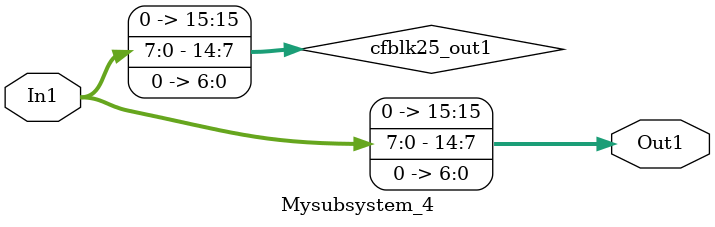
<source format=v>



`timescale 1 ns / 1 ns

module Mysubsystem_4
          (In1,
           Out1);


  input   [7:0] In1;  // uint8
  output  [15:0] Out1;  // ufix16_En7


  wire [15:0] cfblk25_out1;  // ufix16_En7


  assign cfblk25_out1 = {1'b0, {In1, 7'b0000000}};



  assign Out1 = cfblk25_out1;

endmodule  // Mysubsystem_4


</source>
